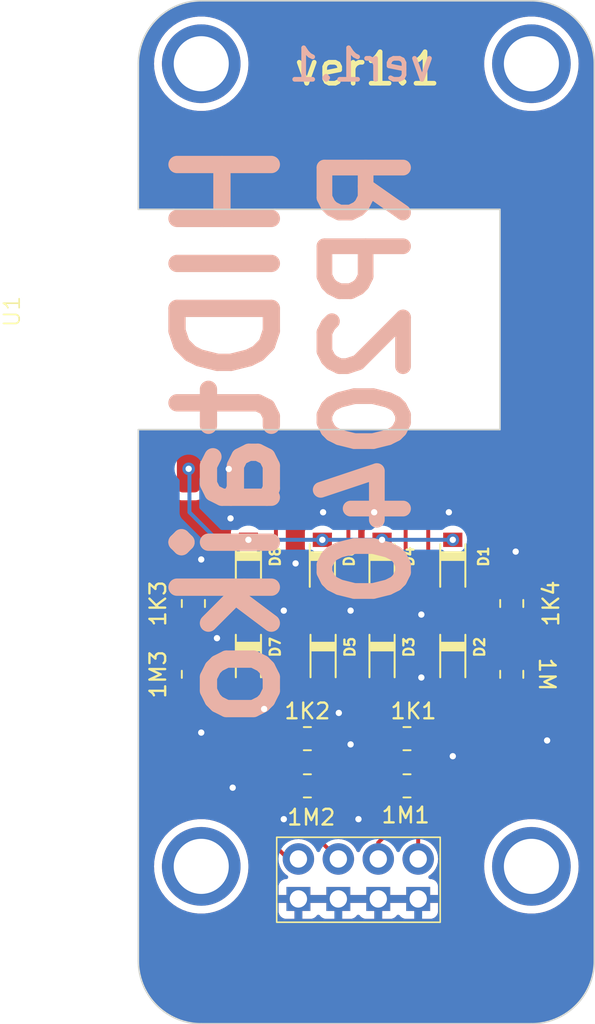
<source format=kicad_pcb>
(kicad_pcb (version 20221018) (generator pcbnew)
  (layers (0 "F.Cu" signal) (31 "B.Cu" signal) (34 "B.Paste" user) (35 "F.Paste" user) (36 "B.SilkS" user "B.Silkscreen") (37 "F.SilkS" user "F.Silkscreen") (38 "B.Mask" user) (39 "F.Mask" user) (44 "Edge.Cuts" user))
  (net 0 "")
  (net 1 "Net-(U1-ADC1)")
  (net 2 "Net-(U2-4_b)")
  (net 3 "Net-(U1-ADC2)")
  (net 4 "Net-(U2-2_b)")
  (net 5 "Net-(U1-ADC3)")
  (net 6 "Net-(U2-1_b)")
  (net 7 "Net-(U1-ADC0)")
  (net 8 "Net-(U2-3_b)")
  (net 9 "GND")
  (net 10 "+5V")
  (footprint "RP2040_minimal_r2:SOD3716X135N" (layer "F.Cu") (at 91.7025 61.885 -90)
    (fp_text reference "D6" (at -0.568525 -1.707989 90) (layer "F.SilkS") (effects (font (size 0.640597 0.640597))))
    (fp_text value "MBR0520LT1G" hide)
    (fp_line (start -1.35 -0.8) (end 1.35 -0.8) (stroke (width 0.127)) (layer "F.SilkS"))
    (fp_line (start 1.35 0.8) (end -1.35 0.8) (stroke (width 0.127)) (layer "F.SilkS"))
    (fp_poly (pts (xy -0.9007 -0.8) (xy -0.3 -0.8) (xy -0.3 0.800622) (xy -0.9007 0.800622)) (stroke (width 0.01)) (fill solid) (layer "F.SilkS"))
    (pad "A" smd rect (at 1.635 0 270) (size 0.91 1.22) (layers "F.Cu" "F.Paste" "F.Mask") (net 3 "Net-(U1-ADC2)"))
    (pad "C" smd rect (at -1.635 0 270) (size 0.91 1.22) (layers "F.Cu" "F.Paste" "F.Mask") (net 10 "+5V"))
  )
  (footprint "Resistor_SMD:R_0805_2012Metric" (layer "F.Cu") (at 103.75 68.7975 -90)
    (fp_text reference "1M4" hide)
    (fp_text value "R" hide)
    (fp_line (start -0.227064 -0.735) (end 0.227064 -0.735) (stroke (width 0.12)) (layer "F.SilkS"))
    (fp_line (start -0.227064 0.735) (end 0.227064 0.735) (stroke (width 0.12)) (layer "F.SilkS"))
    (pad "1" smd roundrect (at -0.9125 0 270) (size 1.025 1.4) (layers "F.Cu" "F.Paste" "F.Mask") (roundrect_rratio 0.243902439) (net 2 "Net-(U2-4_b)"))
    (pad "2" smd roundrect (at 0.9125 0 270) (size 1.025 1.4) (layers "F.Cu" "F.Paste" "F.Mask") (roundrect_rratio 0.243902439) (net 9 "GND"))
  )
  (footprint "Library nezi:m3 nezi" (layer "F.Cu") (at 105 81)
    (fp_text reference "J2" hide)
    (fp_text value "M3" hide)
    (pad "1" thru_hole circle (at 0 0) (size 5 5) (drill 3.5) (layers "*.Cu" "*.Mask"))
  )
  (footprint "RP2040_minimal_r2:SOD3716X135N" (layer "F.Cu") (at 95.5 61.885 -90)
    (fp_text reference "D4" (at -0.568525 -1.707989 90) (layer "F.SilkS") (effects (font (size 0.640597 0.640597))))
    (fp_text value "MBR0520LT1G" hide)
    (fp_line (start -1.35 -0.8) (end 1.35 -0.8) (stroke (width 0.127)) (layer "F.SilkS"))
    (fp_line (start 1.35 0.8) (end -1.35 0.8) (stroke (width 0.127)) (layer "F.SilkS"))
    (fp_poly (pts (xy -0.9007 -0.8) (xy -0.3 -0.8) (xy -0.3 0.800622) (xy -0.9007 0.800622)) (stroke (width 0.01)) (fill solid) (layer "F.SilkS"))
    (pad "A" smd rect (at 1.635 0 270) (size 0.91 1.22) (layers "F.Cu" "F.Paste" "F.Mask") (net 1 "Net-(U1-ADC1)"))
    (pad "C" smd rect (at -1.635 0 270) (size 0.91 1.22) (layers "F.Cu" "F.Paste" "F.Mask") (net 10 "+5V"))
  )
  (footprint "Resistor_SMD:R_0805_2012Metric" (layer "F.Cu") (at 90.75 72.885)
    (fp_text reference "1K2" (at 0 -1.75) (layer "F.SilkS"))
    (fp_text value "R" hide)
    (fp_line (start -0.227064 -0.735) (end 0.227064 -0.735) (stroke (width 0.12)) (layer "F.SilkS"))
    (fp_line (start -0.227064 0.735) (end 0.227064 0.735) (stroke (width 0.12)) (layer "F.SilkS"))
    (pad "1" smd roundrect (at -0.9125 0) (size 1.025 1.4) (layers "F.Cu" "F.Paste" "F.Mask") (roundrect_rratio 0.243902439) (net 3 "Net-(U1-ADC2)"))
    (pad "2" smd roundrect (at 0.9125 0) (size 1.025 1.4) (layers "F.Cu" "F.Paste" "F.Mask") (roundrect_rratio 0.243902439) (net 4 "Net-(U2-2_b)"))
  )
  (footprint "RP2040_minimal_r2:SOD3716X135N" (layer "F.Cu") (at 87 61.885 -90)
    (fp_text reference "D8" (at -0.568525 -1.707989 90) (layer "F.SilkS") (effects (font (size 0.640597 0.640597))))
    (fp_text value "MBR0520LT1G" hide)
    (fp_line (start -1.35 -0.8) (end 1.35 -0.8) (stroke (width 0.127)) (layer "F.SilkS"))
    (fp_line (start 1.35 0.8) (end -1.35 0.8) (stroke (width 0.127)) (layer "F.SilkS"))
    (fp_poly (pts (xy -0.9007 -0.8) (xy -0.3 -0.8) (xy -0.3 0.800622) (xy -0.9007 0.800622)) (stroke (width 0.01)) (fill solid) (layer "F.SilkS"))
    (pad "A" smd rect (at 1.635 0 270) (size 0.91 1.22) (layers "F.Cu" "F.Paste" "F.Mask") (net 5 "Net-(U1-ADC3)"))
    (pad "C" smd rect (at -1.635 0 270) (size 0.91 1.22) (layers "F.Cu" "F.Paste" "F.Mask") (net 10 "+5V"))
  )
  (footprint "RP2040_minimal_r2:SOD3716X135N" (layer "F.Cu") (at 95.5 67.635 -90)
    (fp_text reference "D3" (at -0.568525 -1.707989 90) (layer "F.SilkS") (effects (font (size 0.640597 0.640597))))
    (fp_text value "MBR0520LT1G" hide)
    (fp_line (start -1.35 -0.8) (end 1.35 -0.8) (stroke (width 0.127)) (layer "F.SilkS"))
    (fp_line (start 1.35 0.8) (end -1.35 0.8) (stroke (width 0.127)) (layer "F.SilkS"))
    (fp_poly (pts (xy -0.9007 -0.8) (xy -0.3 -0.8) (xy -0.3 0.800622) (xy -0.9007 0.800622)) (stroke (width 0.01)) (fill solid) (layer "F.SilkS"))
    (pad "A" smd rect (at 1.635 0 270) (size 0.91 1.22) (layers "F.Cu" "F.Paste" "F.Mask") (net 9 "GND"))
    (pad "C" smd rect (at -1.635 0 270) (size 0.91 1.22) (layers "F.Cu" "F.Paste" "F.Mask") (net 1 "Net-(U1-ADC1)"))
  )
  (footprint "Resistor_SMD:R_0805_2012Metric" (layer "F.Cu") (at 90.75 75.885 180)
    (fp_text reference "1M2" (at -0.25 -2) (layer "F.SilkS"))
    (fp_text value "R" hide)
    (fp_line (start -0.227064 -0.735) (end 0.227064 -0.735) (stroke (width 0.12)) (layer "F.SilkS"))
    (fp_line (start -0.227064 0.735) (end 0.227064 0.735) (stroke (width 0.12)) (layer "F.SilkS"))
    (pad "1" smd roundrect (at -0.9125 0 180) (size 1.025 1.4) (layers "F.Cu" "F.Paste" "F.Mask") (roundrect_rratio 0.243902439) (net 4 "Net-(U2-2_b)"))
    (pad "2" smd roundrect (at 0.9125 0 180) (size 1.025 1.4) (layers "F.Cu" "F.Paste" "F.Mask") (roundrect_rratio 0.243902439) (net 9 "GND"))
  )
  (footprint "Resistor_SMD:R_0805_2012Metric" (layer "F.Cu") (at 83.5 64.2975 -90)
    (fp_text reference "1K3" (at 0 2.25 90) (layer "F.SilkS"))
    (fp_text value "R" hide)
    (fp_line (start -0.227064 -0.735) (end 0.227064 -0.735) (stroke (width 0.12)) (layer "F.SilkS"))
    (fp_line (start -0.227064 0.735) (end 0.227064 0.735) (stroke (width 0.12)) (layer "F.SilkS"))
    (pad "1" smd roundrect (at -0.9125 0 270) (size 1.025 1.4) (layers "F.Cu" "F.Paste" "F.Mask") (roundrect_rratio 0.243902439) (net 5 "Net-(U1-ADC3)"))
    (pad "2" smd roundrect (at 0.9125 0 270) (size 1.025 1.4) (layers "F.Cu" "F.Paste" "F.Mask") (roundrect_rratio 0.243902439) (net 6 "Net-(U2-1_b)"))
  )
  (footprint "Resistor_SMD:R_0805_2012Metric" (layer "F.Cu") (at 103.75 64.2975 -90)
    (fp_text reference "1K4" (at 0 -2.5 90) (layer "F.SilkS"))
    (fp_text value "R" hide)
    (fp_line (start -0.227064 -0.735) (end 0.227064 -0.735) (stroke (width 0.12)) (layer "F.SilkS"))
    (fp_line (start -0.227064 0.735) (end 0.227064 0.735) (stroke (width 0.12)) (layer "F.SilkS"))
    (pad "1" smd roundrect (at -0.9125 0 270) (size 1.025 1.4) (layers "F.Cu" "F.Paste" "F.Mask") (roundrect_rratio 0.243902439) (net 7 "Net-(U1-ADC0)"))
    (pad "2" smd roundrect (at 0.9125 0 270) (size 1.025 1.4) (layers "F.Cu" "F.Paste" "F.Mask") (roundrect_rratio 0.243902439) (net 2 "Net-(U2-4_b)"))
  )
  (footprint "RP2040_minimal_r2:SOD3716X135N" (layer "F.Cu") (at 87 67.635 -90)
    (fp_text reference "D7" (at -0.568525 -1.707989 90) (layer "F.SilkS") (effects (font (size 0.640597 0.640597))))
    (fp_text value "MBR0520LT1G" hide)
    (fp_line (start -1.35 -0.8) (end 1.35 -0.8) (stroke (width 0.127)) (layer "F.SilkS"))
    (fp_line (start 1.35 0.8) (end -1.35 0.8) (stroke (width 0.127)) (layer "F.SilkS"))
    (fp_poly (pts (xy -0.9007 -0.8) (xy -0.3 -0.8) (xy -0.3 0.800622) (xy -0.9007 0.800622)) (stroke (width 0.01)) (fill solid) (layer "F.SilkS"))
    (pad "A" smd rect (at 1.635 0 270) (size 0.91 1.22) (layers "F.Cu" "F.Paste" "F.Mask") (net 9 "GND"))
    (pad "C" smd rect (at -1.635 0 270) (size 0.91 1.22) (layers "F.Cu" "F.Paste" "F.Mask") (net 5 "Net-(U1-ADC3)"))
  )
  (footprint "Library nezi:m3 nezi" (layer "F.Cu") (at 84 30)
    (fp_text reference "J2" hide)
    (fp_text value "M3" hide)
    (pad "1" thru_hole circle (at 0 0) (size 5 5) (drill 3.5) (layers "*.Cu" "*.Mask"))
  )
  (footprint "Library 自作:rp2040_micro_board" (layer "F.Cu") (at 92.28 45.74 90)
    (fp_text reference "U1" (at 0 -20.32 90 unlocked) (layer "F.SilkS") (effects (font (thickness 0.1))))
    (fp_text value "~")
    (pad "0" smd roundrect (at 9 -9.08 90) (size 3 1.5) (layers "F.Cu" "F.Paste" "F.Mask"))
    (pad "1" smd roundrect (at 9 -6.54 90) (size 3 1.5) (layers "F.Cu" "F.Paste" "F.Mask"))
    (pad "2" smd roundrect (at 9 -4 90) (size 3 1.5) (layers "F.Cu" "F.Paste" "F.Mask"))
    (pad "3" smd roundrect (at 9 -1.46 90) (size 3 1.5) (layers "F.Cu" "F.Paste" "F.Mask"))
    (pad "4" smd roundrect (at 9 1.08 90) (size 3 1.5) (layers "F.Cu" "F.Paste" "F.Mask"))
    (pad "5" smd roundrect (at 9 3.62 90) (size 3 1.5) (layers "F.Cu" "F.Paste" "F.Mask"))
    (pad "6" smd roundrect (at 9 6.16 90) (size 3 1.5) (layers "F.Cu" "F.Paste" "F.Mask"))
    (pad "7" smd roundrect (at 9 8.7 90) (size 3 1.5) (layers "F.Cu" "F.Paste" "F.Mask"))
    (pad "8" smd roundrect (at 9 11.24 90) (size 3 1.5) (layers "F.Cu" "F.Paste" "F.Mask"))
    (pad "9" smd roundrect (at 4.55 13.22 180) (size 3 1.5) (layers "F.Cu" "F.Paste" "F.Mask"))
    (pad "10" smd roundrect (at 2.01 13.22 180) (size 3 1.5) (layers "F.Cu" "F.Paste" "F.Mask"))
    (pad "11" smd roundrect (at -0.53 13.22 180) (size 3 1.5) (layers "F.Cu" "F.Paste" "F.Mask"))
    (pad "12" smd roundrect (at -3.07 13.22 180) (size 3 1.5) (layers "F.Cu" "F.Paste" "F.Mask"))
    (pad "13" smd roundrect (at -5.61 13.22 180) (size 3 1.5) (layers "F.Cu" "F.Paste" "F.Mask"))
    (pad "14" smd roundrect (at -10 11.24 90) (size 3 1.5) (layers "F.Cu" "F.Paste" "F.Mask"))
    (pad "15" smd roundrect (at -10 8.7 90) (size 3 1.5) (layers "F.Cu" "F.Paste" "F.Mask"))
    (pad "26" smd roundrect (at -10 6.16 90) (size 3 1.5) (layers "F.Cu" "F.Paste" "F.Mask") (net 7 "Net-(U1-ADC0)"))
    (pad "27" smd roundrect (at -10 3.62 90) (size 3 1.5) (layers "F.Cu" "F.Paste" "F.Mask") (net 1 "Net-(U1-ADC1)"))
    (pad "28" smd roundrect (at -10 1.08 90) (size 3 1.5) (layers "F.Cu" "F.Paste" "F.Mask") (net 3 "Net-(U1-ADC2)"))
    (pad "29" smd roundrect (at -10 -1.46 90) (size 3 1.5) (layers "F.Cu" "F.Paste" "F.Mask") (net 5 "Net-(U1-ADC3)"))
    (pad "30" smd roundrect (at -10 -4 90) (size 3 1.5) (layers "F.Cu" "F.Paste" "F.Mask"))
    (pad "31" smd roundrect (at -10 -6.54 90) (size 3 1.5) (layers "F.Cu" "F.Paste" "F.Mask") (net 9 "GND"))
    (pad "32" smd roundrect (at -10 -9.08 90) (size 3 1.5) (layers "F.Cu" "F.Paste" "F.Mask") (net 10 "+5V"))
  )
  (footprint "Library 自作:PinHeader_2x4_P2.54mm" (layer "F.Cu") (at 94 81.75 90)
    (fp_text reference "U2" hide)
    (fp_text value "~" hide)
    (fp_rect (start -2.8 -5.2) (end 2.6 5.2) (stroke (width 0.1)) (fill none) (layer "F.SilkS"))
    (pad "1" thru_hole rect (at -1.32 -3.82 90) (size 1.524 1.524) (drill 1.1) (layers "*.Cu" "*.Mask") (net 9 "GND"))
    (pad "2" thru_hole rect (at -1.32 -1.28 90) (size 1.524 1.524) (drill 1.1) (layers "*.Cu" "*.Mask") (net 9 "GND"))
    (pad "3" thru_hole rect (at -1.32 1.26 90) (size 1.524 1.524) (drill 1.1) (layers "*.Cu" "*.Mask") (net 9 "GND"))
    (pad "4" thru_hole rect (at -1.32 3.8 90) (size 1.524 1.524) (drill 1.1) (layers "*.Cu" "*.Mask") (net 9 "GND"))
    (pad "5" thru_hole circle (at 1.22 -3.82 90) (size 2 2) (drill 1.1) (layers "*.Cu" "*.Mask") (net 6 "Net-(U2-1_b)"))
    (pad "6" thru_hole circle (at 1.22 -1.28 90) (size 2 2) (drill 1.1) (layers "*.Cu" "*.Mask") (net 4 "Net-(U2-2_b)"))
    (pad "7" thru_hole circle (at 1.22 1.26 90) (size 2 2) (drill 1.1) (layers "*.Cu" "*.Mask") (net 8 "Net-(U2-3_b)"))
    (pad "8" thru_hole circle (at 1.22 3.8 90) (size 2 2) (drill 1.1) (layers "*.Cu" "*.Mask") (net 2 "Net-(U2-4_b)"))
  )
  (footprint "Resistor_SMD:R_0805_2012Metric" (layer "F.Cu") (at 83.5 68.7975 -90)
    (fp_text reference "1M3" (at 0 2.25 90) (layer "F.SilkS"))
    (fp_text value "R" hide)
    (fp_line (start -0.227064 -0.735) (end 0.227064 -0.735) (stroke (width 0.12)) (layer "F.SilkS"))
    (fp_line (start -0.227064 0.735) (end 0.227064 0.735) (stroke (width 0.12)) (layer "F.SilkS"))
    (pad "1" smd roundrect (at -0.9125 0 270) (size 1.025 1.4) (layers "F.Cu" "F.Paste" "F.Mask") (roundrect_rratio 0.243902439) (net 6 "Net-(U2-1_b)"))
    (pad "2" smd roundrect (at 0.9125 0 270) (size 1.025 1.4) (layers "F.Cu" "F.Paste" "F.Mask") (roundrect_rratio 0.243902439) (net 9 "GND"))
  )
  (footprint "RP2040_minimal_r2:SOD3716X135N" (layer "F.Cu") (at 91.75 67.635 -90)
    (fp_text reference "D5" (at -0.568525 -1.707989 90) (layer "F.SilkS") (effects (font (size 0.640597 0.640597))))
    (fp_text value "MBR0520LT1G" hide)
    (fp_line (start -1.35 -0.8) (end 1.35 -0.8) (stroke (width 0.127)) (layer "F.SilkS"))
    (fp_line (start 1.35 0.8) (end -1.35 0.8) (stroke (width 0.127)) (layer "F.SilkS"))
    (fp_poly (pts (xy -0.9007 -0.8) (xy -0.3 -0.8) (xy -0.3 0.800622) (xy -0.9007 0.800622)) (stroke (width 0.01)) (fill solid) (layer "F.SilkS"))
    (pad "A" smd rect (at 1.635 0 270) (size 0.91 1.22) (layers "F.Cu" "F.Paste" "F.Mask") (net 9 "GND"))
    (pad "C" smd rect (at -1.635 0 270) (size 0.91 1.22) (layers "F.Cu" "F.Paste" "F.Mask") (net 3 "Net-(U1-ADC2)"))
  )
  (footprint "Resistor_SMD:R_0805_2012Metric" (layer "F.Cu") (at 97.0875 75.885 180)
    (fp_text reference "1M1" (at 0.0875 -1.865) (layer "F.SilkS"))
    (fp_text value "R" hide)
    (fp_line (start -0.227064 -0.735) (end 0.227064 -0.735) (stroke (width 0.12)) (layer "F.SilkS"))
    (fp_line (start -0.227064 0.735) (end 0.227064 0.735) (stroke (width 0.12)) (layer "F.SilkS"))
    (pad "1" smd roundrect (at -0.9125 0 180) (size 1.025 1.4) (layers "F.Cu" "F.Paste" "F.Mask") (roundrect_rratio 0.243902439) (net 8 "Net-(U2-3_b)"))
    (pad "2" smd roundrect (at 0.9125 0 180) (size 1.025 1.4) (layers "F.Cu" "F.Paste" "F.Mask") (roundrect_rratio 0.243902439) (net 9 "GND"))
  )
  (footprint "RP2040_minimal_r2:SOD3716X135N" (layer "F.Cu") (at 100 67.635 -90)
    (fp_text reference "D2" (at -0.568525 -1.707989 90) (layer "F.SilkS") (effects (font (size 0.640597 0.640597))))
    (fp_text value "MBR0520LT1G" hide)
    (fp_line (start -1.35 -0.8) (end 1.35 -0.8) (stroke (width 0.127)) (layer "F.SilkS"))
    (fp_line (start 1.35 0.8) (end -1.35 0.8) (stroke (width 0.127)) (layer "F.SilkS"))
    (fp_poly (pts (xy -0.9007 -0.8) (xy -0.3 -0.8) (xy -0.3 0.800622) (xy -0.9007 0.800622)) (stroke (width 0.01)) (fill solid) (layer "F.SilkS"))
    (pad "A" smd rect (at 1.635 0 270) (size 0.91 1.22) (layers "F.Cu" "F.Paste" "F.Mask") (net 9 "GND"))
    (pad "C" smd rect (at -1.635 0 270) (size 0.91 1.22) (layers "F.Cu" "F.Paste" "F.Mask") (net 7 "Net-(U1-ADC0)"))
  )
  (footprint "RP2040_minimal_r2:SOD3716X135N" (layer "F.Cu") (at 100 61.885 -90)
    (fp_text reference "D1" (at -0.568525 -1.957989 90) (layer "F.SilkS") (effects (font (size 0.640597 0.640597))))
    (fp_text value "MBR0520LT1G" hide)
    (fp_line (start -1.35 -0.8) (end 1.35 -0.8) (stroke (width 0.127)) (layer "F.SilkS"))
    (fp_line (start 1.35 0.8) (end -1.35 0.8) (stroke (width 0.127)) (layer "F.SilkS"))
    (fp_poly (pts (xy -0.9007 -0.8) (xy -0.3 -0.8) (xy -0.3 0.800622) (xy -0.9007 0.800622)) (stroke (width 0.01)) (fill solid) (layer "F.SilkS"))
    (pad "A" smd rect (at 1.635 0 270) (size 0.91 1.22) (layers "F.Cu" "F.Paste" "F.Mask") (net 7 "Net-(U1-ADC0)"))
    (pad "C" smd rect (at -1.635 0 270) (size 0.91 1.22) (layers "F.Cu" "F.Paste" "F.Mask") (net 10 "+5V"))
  )
  (footprint "Library nezi:m3 nezi" (layer "F.Cu") (at 105 30)
    (fp_text reference "J2" hide)
    (fp_text value "M3" hide)
    (pad "1" thru_hole circle (at 0 0) (size 5 5) (drill 3.5) (layers "*.Cu" "*.Mask"))
  )
  (footprint "Resistor_SMD:R_0805_2012Metric" (layer "F.Cu") (at 97.0875 72.885)
    (fp_text reference "1K1" (at 0.4125 -1.75) (layer "F.SilkS"))
    (fp_text value "R" hide)
    (fp_line (start -0.227064 -0.735) (end 0.227064 -0.735) (stroke (width 0.12)) (layer "F.SilkS"))
    (fp_line (start -0.227064 0.735) (end 0.227064 0.735) (stroke (width 0.12)) (layer "F.SilkS"))
    (pad "1" smd roundrect (at -0.9125 0) (size 1.025 1.4) (layers "F.Cu" "F.Paste" "F.Mask") (roundrect_rratio 0.243902439) (net 1 "Net-(U1-ADC1)"))
    (pad "2" smd roundrect (at 0.9125 0) (size 1.025 1.4) (layers "F.Cu" "F.Paste" "F.Mask") (roundrect_rratio 0.243902439) (net 8 "Net-(U2-3_b)"))
  )
  (footprint "Library nezi:m3 nezi" (layer "F.Cu") (at 84 81)
    (fp_text reference "J2" hide)
    (fp_text value "M3" hide)
    (pad "1" thru_hole circle (at 0 0) (size 5 5) (drill 3.5) (layers "*.Cu" "*.Mask"))
  )
  (gr_line (start 105 26) (end 84 26) (stroke (width 0.1)) (layer "Edge.Cuts"))
  (gr_line (start 80 53.25) (end 80 81) (stroke (width 0.1)) (layer "Edge.Cuts"))
  (gr_line (start 109 81) (end 109 30) (stroke (width 0.1)) (layer "Edge.Cuts"))
  (gr_arc (start 84 91) (mid 81.171573 89.828427) (end 80 87) (stroke (width 0.1)) (layer "Edge.Cuts"))
  (gr_line (start 80 39.25) (end 103 39.25) (stroke (width 0.1)) (layer "Edge.Cuts"))
  (gr_line (start 103 39.25) (end 103 53.25) (stroke (width 0.1)) (layer "Edge.Cuts"))
  (gr_line (start 80 87) (end 80 81) (stroke (width 0.1)) (layer "Edge.Cuts"))
  (gr_arc (start 109 87) (mid 107.828427 89.828427) (end 105 91) (stroke (width 0.1)) (layer "Edge.Cuts"))
  (gr_arc (start 80 30) (mid 81.171573 27.171573) (end 84 26) (stroke (width 0.1)) (layer "Edge.Cuts"))
  (gr_line (start 109 87) (end 109 81) (stroke (width 0.1)) (layer "Edge.Cuts"))
  (gr_arc (start 105 26) (mid 107.828427 27.171573) (end 109 30) (stroke (width 0.1)) (layer "Edge.Cuts"))
  (gr_line (start 103 53.25) (end 80 53.25) (stroke (width 0.1)) (layer "Edge.Cuts"))
  (gr_line (start 84 91) (end 105 91) (stroke (width 0.1)) (layer "Edge.Cuts"))
  (gr_line (start 80 30) (end 80 39.25) (stroke (width 0.1)) (layer "Edge.Cuts"))
  (gr_text "ver1.1" (at 99 31.25) (layer "B.SilkS") (effects (font (size 2 2) (thickness 0.3)) (justify left bottom mirror)))
  (gr_text "HIDtaiko" (at 89.25 34.25 90) (layer "B.SilkS") (effects (font (size 6 6) (thickness 1.1) bold) (justify left bottom mirror)))
  (gr_text "RP2040" (at 97.5 34.75 90) (layer "B.SilkS") (effects (font (size 5 5) (thickness 1) bold) (justify left bottom mirror)))
  (gr_text "ver1.1" (at 89.75 31.5) (layer "F.SilkS") (effects (font (size 2 2) (thickness 0.3)) (justify left bottom)))
  (gr_text "1M" (at 106 68.7975 -90) (layer "F.SilkS") (effects (font (size 1 1))))
  (segment (start 95.5 63.52) (end 95.5 66) (width 0.25) (layer "F.Cu") (net 1))
  (segment (start 95.5 66) (end 95 66) (width 0.25) (layer "F.Cu") (net 1))
  (segment (start 94 70.71) (end 94 67.25) (width 0.25) (layer "F.Cu") (net 1))
  (segment (start 95.5 63.52) (end 96.23 63.52) (width 0.25) (layer "F.Cu") (net 1))
  (segment (start 95.9 57.4) (end 95.9 55.74) (width 0.25) (layer "F.Cu") (net 1))
  (segment (start 94 67.25) (end 95.25 66) (width 0.25) (layer "F.Cu") (net 1))
  (segment (start 96.23 63.52) (end 97 62.75) (width 0.25) (layer "F.Cu") (net 1))
  (segment (start 97 58.5) (end 95.9 57.4) (width 0.25) (layer "F.Cu") (net 1))
  (segment (start 95.25 66) (end 95.5 66) (width 0.25) (layer "F.Cu") (net 1))
  (segment (start 96.175 72.885) (end 94 70.71) (width 0.25) (layer "F.Cu") (net 1))
  (segment (start 97 62.75) (end 97 58.5) (width 0.25) (layer "F.Cu") (net 1))
  (segment (start 103.75 65.21) (end 103.75 67.885) (width 0.25) (layer "F.Cu") (net 2))
  (segment (start 102.865 67.885) (end 103.75 67.885) (width 0.25) (layer "F.Cu") (net 2))
  (segment (start 98 80.33) (end 97.8 80.53) (width 0.25) (layer "F.Cu") (net 2))
  (segment (start 97.8 80.53) (end 97.8 78.7) (width 0.25) (layer "F.Cu") (net 2))
  (segment (start 102 74.5) (end 102 68.75) (width 0.25) (layer "F.Cu") (net 2))
  (segment (start 97.8 78.7) (end 102 74.5) (width 0.25) (layer "F.Cu") (net 2))
  (segment (start 102 68.75) (end 102.865 67.885) (width 0.25) (layer "F.Cu") (net 2))
  (segment (start 91.7025 63.52) (end 91.98 63.52) (width 0.25) (layer "F.Cu") (net 3))
  (segment (start 89.8375 66.4125) (end 90.25 66) (width 0.25) (layer "F.Cu") (net 3))
  (segment (start 91.7025 65.9525) (end 91.75 66) (width 0.25) (layer "F.Cu") (net 3))
  (segment (start 89.8375 72.885) (end 89.8375 66.4125) (width 0.25) (layer "F.Cu") (net 3))
  (segment (start 91.98 63.52) (end 93.36 62.14) (width 0.25) (layer "F.Cu") (net 3))
  (segment (start 91.7025 63.52) (end 91.7025 65.9525) (width 0.25) (layer "F.Cu") (net 3))
  (segment (start 93.36 62.14) (end 93.36 55.74) (width 0.25) (layer "F.Cu") (net 3))
  (segment (start 90.25 66) (end 91.75 66) (width 0.25) (layer "F.Cu") (net 3))
  (segment (start 91.6625 75.885) (end 91.6625 79.4725) (width 0.25) (layer "F.Cu") (net 4))
  (segment (start 91.6625 79.4725) (end 92.72 80.53) (width 0.25) (layer "F.Cu") (net 4))
  (segment (start 91.6625 75.885) (end 91.6625 72.885) (width 0.25) (layer "F.Cu") (net 4))
  (segment (start 83.5 63.385) (end 86.865 63.385) (width 0.25) (layer "F.Cu") (net 5))
  (segment (start 89.75 56.81) (end 90.82 55.74) (width 0.25) (layer "F.Cu") (net 5))
  (segment (start 86.865 63.385) (end 87 63.52) (width 0.25) (layer "F.Cu") (net 5))
  (segment (start 87 63.52) (end 87 66) (width 0.25) (layer "F.Cu") (net 5))
  (segment (start 88.75 59) (end 89.75 58) (width 0.25) (layer "F.Cu") (net 5))
  (segment (start 88.75 63.25) (end 88.75 59) (width 0.25) (layer "F.Cu") (net 5))
  (segment (start 88.48 63.52) (end 88.75 63.25) (width 0.25) (layer "F.Cu") (net 5))
  (segment (start 87 63.52) (end 88.48 63.52) (width 0.25) (layer "F.Cu") (net 5))
  (segment (start 89.75 58) (end 89.75 56.81) (width 0.25) (layer "F.Cu") (net 5))
  (segment (start 85 69.935) (end 85 68.5) (width 0.25) (layer "F.Cu") (net 6))
  (segment (start 88 79) (end 88 72.935) (width 0.25) (layer "F.Cu") (net 6))
  (segment (start 90.18 80.53) (end 89.53 80.53) (width 0.25) (layer "F.Cu") (net 6))
  (segment (start 88 72.935) (end 85 69.935) (width 0.25) (layer "F.Cu") (net 6))
  (segment (start 84.385 67.885) (end 83.5 67.885) (width 0.25) (layer "F.Cu") (net 6))
  (segment (start 83.5 65.21) (end 83.5 67.885) (width 0.25) (layer "F.Cu") (net 6))
  (segment (start 89.53 80.53) (end 88 79) (width 0.25) (layer "F.Cu") (net 6))
  (segment (start 85 68.5) (end 84.385 67.885) (width 0.25) (layer "F.Cu") (net 6))
  (segment (start 100 63.52) (end 99.02 63.52) (width 0.25) (layer "F.Cu") (net 7))
  (segment (start 100 63.52) (end 100 66) (width 0.25) (layer "F.Cu") (net 7))
  (segment (start 99.7975 63.8375) (end 100.25 63.385) (width 0.25) (layer "F.Cu") (net 7))
  (segment (start 98.44 62.94) (end 98.44 55.74) (width 0.25) (layer "F.Cu") (net 7))
  (segment (start 99.02 63.52) (end 98.44 62.94) (width 0.25) (layer "F.Cu") (net 7))
  (segment (start 100 63.52) (end 103.615 63.52) (width 0.25) (layer "F.Cu") (net 7))
  (segment (start 103.615 63.52) (end 103.75 63.385) (width 0.25) (layer "F.Cu") (net 7))
  (segment (start 98 76.75) (end 95.26 79.49) (width 0.25) (layer "F.Cu") (net 8))
  (segment (start 98 75.885) (end 98 76.75) (width 0.25) (layer "F.Cu") (net 8))
  (segment (start 98 75.885) (end 98 72.885) (width 0.25) (layer "F.Cu") (net 8))
  (segment (start 95.26 79.49) (end 95.26 80.53) (width 0.25) (layer "F.Cu") (net 8))
  (segment (start 85.75 55.75) (end 85.862701 55.862701) (width 0.25) (layer "F.Cu") (net 9))
  (segment (start 85.862701 55.862701) (end 85.862701 58.887299) (width 0.25) (layer "F.Cu") (net 9))
  (segment (start 85.74 55.74) (end 85.75 55.75) (width 0.25) (layer "F.Cu") (net 9))
  (via (at 84 72.5) (size 0.8) (drill 0.4) (layers "F.Cu" "B.Cu") (net 9))
  (via (at 89.25 78) (size 0.8) (drill 0.4) (layers "F.Cu" "B.Cu") (net 9))
  (via (at 86 76) (size 0.8) (drill 0.4) (layers "F.Cu" "B.Cu") (net 9))
  (via (at 85.862701 58.887299) (size 0.8) (drill 0.4) (layers "F.Cu" "B.Cu") (net 9))
  (via (at 99.75 58.5) (size 0.8) (drill 0.4) (layers "F.Cu" "B.Cu") (net 9))
  (via (at 85.75 55.75) (size 0.8) (drill 0.4) (layers "F.Cu" "B.Cu") (net 9))
  (via (at 94 78) (size 0.8) (drill 0.4) (layers "F.Cu" "B.Cu") (net 9))
  (via (at 98 69) (size 0.8) (drill 0.4) (layers "F.Cu" "B.Cu") (net 9))
  (via (at 93.5 73.25) (size 0.8) (drill 0.4) (layers "F.Cu" "B.Cu") (net 9))
  (via (at 89.25 64.75) (size 0.8) (drill 0.4) (layers "F.Cu" "B.Cu") (net 9))
  (via (at 95 58.5) (size 0.8) (drill 0.4) (layers "F.Cu" "B.Cu") (net 9))
  (via (at 106 73) (size 0.8) (drill 0.4) (layers "F.Cu" "B.Cu") (net 9))
  (via (at 100 74) (size 0.8) (drill 0.4) (layers "F.Cu" "B.Cu") (net 9))
  (via (at 93.5 64.75) (size 0.8) (drill 0.4) (layers "F.Cu" "B.Cu") (net 9))
  (via (at 104 61) (size 0.8) (drill 0.4) (layers "F.Cu" "B.Cu") (net 9))
  (via (at 85 66.5) (size 0.8) (drill 0.4) (layers "F.Cu" "B.Cu") (net 9))
  (via (at 90 61.75) (size 0.8) (drill 0.4) (layers "F.Cu" "B.Cu") (net 9))
  (via (at 92.75 71.25) (size 0.8) (drill 0.4) (layers "F.Cu" "B.Cu") (net 9))
  (via (at 91.75 58.5) (size 0.8) (drill 0.4) (layers "F.Cu" "B.Cu") (net 9))
  (via (at 88 71) (size 0.8) (drill 0.4) (layers "F.Cu" "B.Cu") (net 9))
  (via (at 84 61.5) (size 0.8) (drill 0.4) (layers "F.Cu" "B.Cu") (net 9))
  (via (at 98 65) (size 0.8) (drill 0.4) (layers "F.Cu" "B.Cu") (net 9))
  (via (at 95.5 60.25) (size 0.8) (drill 0.4) (layers "F.Cu" "B.Cu") (net 10))
  (via (at 87 60.25) (size 0.8) (drill 0.4) (layers "F.Cu" "B.Cu") (net 10))
  (via (at 83.2 55.74) (size 0.8) (drill 0.4) (layers "F.Cu" "B.Cu") (net 10))
  (via (at 100 60.25) (size 0.8) (drill 0.4) (layers "F.Cu" "B.Cu") (net 10))
  (via (at 91.7025 60.25) (size 0.8) (drill 0.4) (layers "F.Cu" "B.Cu") (net 10))
  (segment (start 100 60.25) (end 95.5 60.25) (width 0.25) (layer "B.Cu") (net 10))
  (segment (start 83.25 58.5) (end 83.25 55.79) (width 0.25) (layer "B.Cu") (net 10))
  (segment (start 85 60.25) (end 83.25 58.5) (width 0.25) (layer "B.Cu") (net 10))
  (segment (start 91.7025 60.25) (end 87 60.25) (width 0.25) (layer "B.Cu") (net 10))
  (segment (start 83.25 55.79) (end 83.2 55.74) (width 0.25) (layer "B.Cu") (net 10))
  (segment (start 95.5 60.25) (end 91.7025 60.25) (width 0.25) (layer "B.Cu") (net 10))
  (segment (start 87 60.25) (end 85 60.25) (width 0.25) (layer "B.Cu") (net 10))
  (zone (net 9) (net_name "GND") (layers "F&B.Cu") (priority 1) (connect_pads (clearance 0.5)) (min_thickness 0.25) (fill yes (thermal_gap 0.5) (thermal_bridge_width 0.5))
    (polygon (pts (xy 80 91) (xy 80 26) (xy 109 26) (xy 109 91)))
  )
)
</source>
